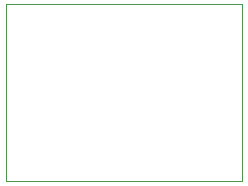
<source format=gbr>
%TF.GenerationSoftware,KiCad,Pcbnew,9.0.1*%
%TF.CreationDate,2025-05-28T15:06:28+02:00*%
%TF.ProjectId,fpc_connector_18pinOmnetics,6670635f-636f-46e6-9e65-63746f725f31,rev?*%
%TF.SameCoordinates,Original*%
%TF.FileFunction,Profile,NP*%
%FSLAX46Y46*%
G04 Gerber Fmt 4.6, Leading zero omitted, Abs format (unit mm)*
G04 Created by KiCad (PCBNEW 9.0.1) date 2025-05-28 15:06:28*
%MOMM*%
%LPD*%
G01*
G04 APERTURE LIST*
%TA.AperFunction,Profile*%
%ADD10C,0.050000*%
%TD*%
G04 APERTURE END LIST*
D10*
X125000000Y-76200000D02*
X145000000Y-76200000D01*
X145000000Y-91200000D01*
X125000000Y-91200000D01*
X125000000Y-76200000D01*
M02*

</source>
